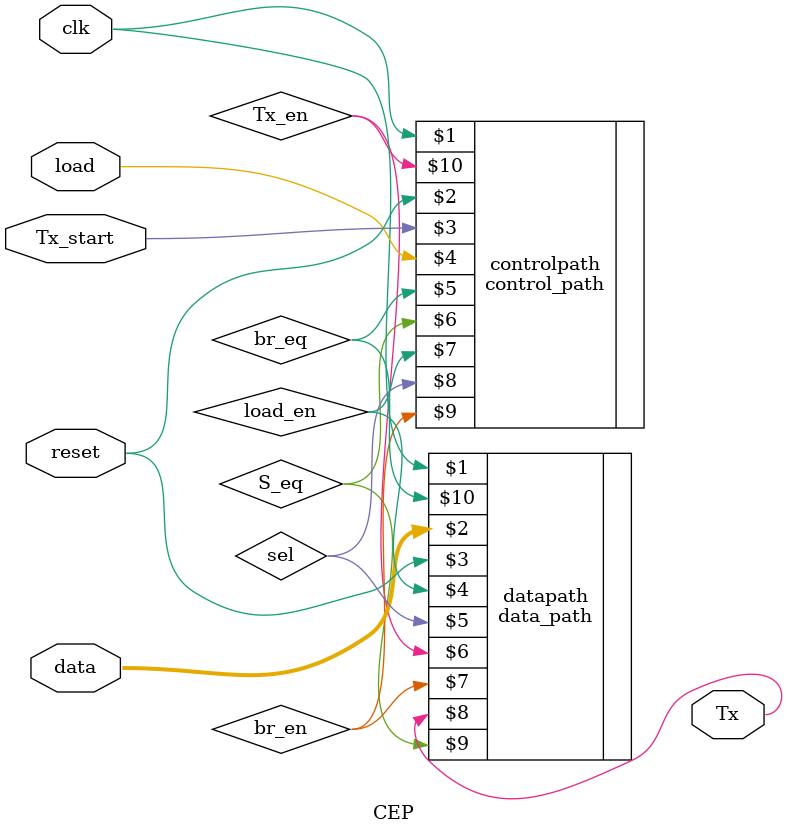
<source format=sv>
module CEP(
    input logic clk,
    input logic reset,
    input logic [7:0]data,
    input logic load,
    input logic Tx_start,
    output logic Tx
);

logic load_en, Tx_en, br_en;
logic  sel;
logic S_eq, br_eq;

data_path datapath(clk, data, reset, load_en, sel, Tx_en, br_en, Tx, S_eq, br_eq);

control_path controlpath(clk, reset, Tx_start, load, br_eq, S_eq, load_en, sel, br_en, Tx_en);

endmodule
</source>
